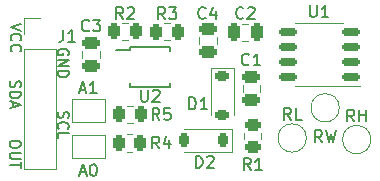
<source format=gto>
%TF.GenerationSoftware,KiCad,Pcbnew,7.0.2*%
%TF.CreationDate,2023-07-05T23:29:04-07:00*%
%TF.ProjectId,555-timer-pwm-with-digipot,3535352d-7469-46d6-9572-2d70776d2d77,rev?*%
%TF.SameCoordinates,Original*%
%TF.FileFunction,Legend,Top*%
%TF.FilePolarity,Positive*%
%FSLAX46Y46*%
G04 Gerber Fmt 4.6, Leading zero omitted, Abs format (unit mm)*
G04 Created by KiCad (PCBNEW 7.0.2) date 2023-07-05 23:29:04*
%MOMM*%
%LPD*%
G01*
G04 APERTURE LIST*
G04 Aperture macros list*
%AMRoundRect*
0 Rectangle with rounded corners*
0 $1 Rounding radius*
0 $2 $3 $4 $5 $6 $7 $8 $9 X,Y pos of 4 corners*
0 Add a 4 corners polygon primitive as box body*
4,1,4,$2,$3,$4,$5,$6,$7,$8,$9,$2,$3,0*
0 Add four circle primitives for the rounded corners*
1,1,$1+$1,$2,$3*
1,1,$1+$1,$4,$5*
1,1,$1+$1,$6,$7*
1,1,$1+$1,$8,$9*
0 Add four rect primitives between the rounded corners*
20,1,$1+$1,$2,$3,$4,$5,0*
20,1,$1+$1,$4,$5,$6,$7,0*
20,1,$1+$1,$6,$7,$8,$9,0*
20,1,$1+$1,$8,$9,$2,$3,0*%
%AMFreePoly0*
4,1,6,1.000000,0.000000,0.500000,-0.750000,-0.500000,-0.750000,-0.500000,0.750000,0.500000,0.750000,1.000000,0.000000,1.000000,0.000000,$1*%
%AMFreePoly1*
4,1,6,0.500000,-0.750000,-0.650000,-0.750000,-0.150000,0.000000,-0.650000,0.750000,0.500000,0.750000,0.500000,-0.750000,0.500000,-0.750000,$1*%
G04 Aperture macros list end*
%ADD10C,0.150000*%
%ADD11C,0.120000*%
%ADD12RoundRect,0.250000X-0.262500X-0.450000X0.262500X-0.450000X0.262500X0.450000X-0.262500X0.450000X0*%
%ADD13R,1.700000X1.700000*%
%ADD14O,1.700000X1.700000*%
%ADD15FreePoly0,0.000000*%
%ADD16FreePoly1,0.000000*%
%ADD17C,2.000000*%
%ADD18RoundRect,0.250000X-0.450000X0.262500X-0.450000X-0.262500X0.450000X-0.262500X0.450000X0.262500X0*%
%ADD19RoundRect,0.225000X0.225000X0.375000X-0.225000X0.375000X-0.225000X-0.375000X0.225000X-0.375000X0*%
%ADD20RoundRect,0.225000X-0.375000X0.225000X-0.375000X-0.225000X0.375000X-0.225000X0.375000X0.225000X0*%
%ADD21RoundRect,0.250000X0.262500X0.450000X-0.262500X0.450000X-0.262500X-0.450000X0.262500X-0.450000X0*%
%ADD22RoundRect,0.250000X0.475000X-0.250000X0.475000X0.250000X-0.475000X0.250000X-0.475000X-0.250000X0*%
%ADD23RoundRect,0.150000X0.625000X0.150000X-0.625000X0.150000X-0.625000X-0.150000X0.625000X-0.150000X0*%
%ADD24RoundRect,0.250000X0.250000X0.475000X-0.250000X0.475000X-0.250000X-0.475000X0.250000X-0.475000X0*%
%ADD25RoundRect,0.250000X-0.475000X0.250000X-0.475000X-0.250000X0.475000X-0.250000X0.475000X0.250000X0*%
%ADD26R,1.400000X0.300000*%
G04 APERTURE END LIST*
D10*
X134360142Y-97255286D02*
X134360142Y-97426714D01*
X134360142Y-97426714D02*
X134317285Y-97512429D01*
X134317285Y-97512429D02*
X134231571Y-97598143D01*
X134231571Y-97598143D02*
X134060142Y-97641000D01*
X134060142Y-97641000D02*
X133760142Y-97641000D01*
X133760142Y-97641000D02*
X133588714Y-97598143D01*
X133588714Y-97598143D02*
X133503000Y-97512429D01*
X133503000Y-97512429D02*
X133460142Y-97426714D01*
X133460142Y-97426714D02*
X133460142Y-97255286D01*
X133460142Y-97255286D02*
X133503000Y-97169572D01*
X133503000Y-97169572D02*
X133588714Y-97083857D01*
X133588714Y-97083857D02*
X133760142Y-97041000D01*
X133760142Y-97041000D02*
X134060142Y-97041000D01*
X134060142Y-97041000D02*
X134231571Y-97083857D01*
X134231571Y-97083857D02*
X134317285Y-97169572D01*
X134317285Y-97169572D02*
X134360142Y-97255286D01*
X134360142Y-98026714D02*
X133631571Y-98026714D01*
X133631571Y-98026714D02*
X133545857Y-98069571D01*
X133545857Y-98069571D02*
X133503000Y-98112429D01*
X133503000Y-98112429D02*
X133460142Y-98198143D01*
X133460142Y-98198143D02*
X133460142Y-98369571D01*
X133460142Y-98369571D02*
X133503000Y-98455286D01*
X133503000Y-98455286D02*
X133545857Y-98498143D01*
X133545857Y-98498143D02*
X133631571Y-98541000D01*
X133631571Y-98541000D02*
X134360142Y-98541000D01*
X134360142Y-98841000D02*
X134360142Y-99355286D01*
X133460142Y-99098143D02*
X134360142Y-99098143D01*
X134422142Y-87122285D02*
X133522142Y-87422285D01*
X133522142Y-87422285D02*
X134422142Y-87722285D01*
X133607857Y-88536571D02*
X133565000Y-88493714D01*
X133565000Y-88493714D02*
X133522142Y-88365142D01*
X133522142Y-88365142D02*
X133522142Y-88279428D01*
X133522142Y-88279428D02*
X133565000Y-88150857D01*
X133565000Y-88150857D02*
X133650714Y-88065142D01*
X133650714Y-88065142D02*
X133736428Y-88022285D01*
X133736428Y-88022285D02*
X133907857Y-87979428D01*
X133907857Y-87979428D02*
X134036428Y-87979428D01*
X134036428Y-87979428D02*
X134207857Y-88022285D01*
X134207857Y-88022285D02*
X134293571Y-88065142D01*
X134293571Y-88065142D02*
X134379285Y-88150857D01*
X134379285Y-88150857D02*
X134422142Y-88279428D01*
X134422142Y-88279428D02*
X134422142Y-88365142D01*
X134422142Y-88365142D02*
X134379285Y-88493714D01*
X134379285Y-88493714D02*
X134336428Y-88536571D01*
X133607857Y-89436571D02*
X133565000Y-89393714D01*
X133565000Y-89393714D02*
X133522142Y-89265142D01*
X133522142Y-89265142D02*
X133522142Y-89179428D01*
X133522142Y-89179428D02*
X133565000Y-89050857D01*
X133565000Y-89050857D02*
X133650714Y-88965142D01*
X133650714Y-88965142D02*
X133736428Y-88922285D01*
X133736428Y-88922285D02*
X133907857Y-88879428D01*
X133907857Y-88879428D02*
X134036428Y-88879428D01*
X134036428Y-88879428D02*
X134207857Y-88922285D01*
X134207857Y-88922285D02*
X134293571Y-88965142D01*
X134293571Y-88965142D02*
X134379285Y-89050857D01*
X134379285Y-89050857D02*
X134422142Y-89179428D01*
X134422142Y-89179428D02*
X134422142Y-89265142D01*
X134422142Y-89265142D02*
X134379285Y-89393714D01*
X134379285Y-89393714D02*
X134336428Y-89436571D01*
X137567000Y-94586714D02*
X137524142Y-94715286D01*
X137524142Y-94715286D02*
X137524142Y-94929571D01*
X137524142Y-94929571D02*
X137567000Y-95015286D01*
X137567000Y-95015286D02*
X137609857Y-95058143D01*
X137609857Y-95058143D02*
X137695571Y-95101000D01*
X137695571Y-95101000D02*
X137781285Y-95101000D01*
X137781285Y-95101000D02*
X137867000Y-95058143D01*
X137867000Y-95058143D02*
X137909857Y-95015286D01*
X137909857Y-95015286D02*
X137952714Y-94929571D01*
X137952714Y-94929571D02*
X137995571Y-94758143D01*
X137995571Y-94758143D02*
X138038428Y-94672428D01*
X138038428Y-94672428D02*
X138081285Y-94629571D01*
X138081285Y-94629571D02*
X138167000Y-94586714D01*
X138167000Y-94586714D02*
X138252714Y-94586714D01*
X138252714Y-94586714D02*
X138338428Y-94629571D01*
X138338428Y-94629571D02*
X138381285Y-94672428D01*
X138381285Y-94672428D02*
X138424142Y-94758143D01*
X138424142Y-94758143D02*
X138424142Y-94972428D01*
X138424142Y-94972428D02*
X138381285Y-95101000D01*
X137609857Y-96001000D02*
X137567000Y-95958143D01*
X137567000Y-95958143D02*
X137524142Y-95829571D01*
X137524142Y-95829571D02*
X137524142Y-95743857D01*
X137524142Y-95743857D02*
X137567000Y-95615286D01*
X137567000Y-95615286D02*
X137652714Y-95529571D01*
X137652714Y-95529571D02*
X137738428Y-95486714D01*
X137738428Y-95486714D02*
X137909857Y-95443857D01*
X137909857Y-95443857D02*
X138038428Y-95443857D01*
X138038428Y-95443857D02*
X138209857Y-95486714D01*
X138209857Y-95486714D02*
X138295571Y-95529571D01*
X138295571Y-95529571D02*
X138381285Y-95615286D01*
X138381285Y-95615286D02*
X138424142Y-95743857D01*
X138424142Y-95743857D02*
X138424142Y-95829571D01*
X138424142Y-95829571D02*
X138381285Y-95958143D01*
X138381285Y-95958143D02*
X138338428Y-96001000D01*
X137524142Y-96815286D02*
X137524142Y-96386714D01*
X137524142Y-96386714D02*
X138424142Y-96386714D01*
X133503000Y-92003856D02*
X133460142Y-92132428D01*
X133460142Y-92132428D02*
X133460142Y-92346713D01*
X133460142Y-92346713D02*
X133503000Y-92432428D01*
X133503000Y-92432428D02*
X133545857Y-92475285D01*
X133545857Y-92475285D02*
X133631571Y-92518142D01*
X133631571Y-92518142D02*
X133717285Y-92518142D01*
X133717285Y-92518142D02*
X133803000Y-92475285D01*
X133803000Y-92475285D02*
X133845857Y-92432428D01*
X133845857Y-92432428D02*
X133888714Y-92346713D01*
X133888714Y-92346713D02*
X133931571Y-92175285D01*
X133931571Y-92175285D02*
X133974428Y-92089570D01*
X133974428Y-92089570D02*
X134017285Y-92046713D01*
X134017285Y-92046713D02*
X134103000Y-92003856D01*
X134103000Y-92003856D02*
X134188714Y-92003856D01*
X134188714Y-92003856D02*
X134274428Y-92046713D01*
X134274428Y-92046713D02*
X134317285Y-92089570D01*
X134317285Y-92089570D02*
X134360142Y-92175285D01*
X134360142Y-92175285D02*
X134360142Y-92389570D01*
X134360142Y-92389570D02*
X134317285Y-92518142D01*
X133460142Y-92903856D02*
X134360142Y-92903856D01*
X134360142Y-92903856D02*
X134360142Y-93118142D01*
X134360142Y-93118142D02*
X134317285Y-93246713D01*
X134317285Y-93246713D02*
X134231571Y-93332428D01*
X134231571Y-93332428D02*
X134145857Y-93375285D01*
X134145857Y-93375285D02*
X133974428Y-93418142D01*
X133974428Y-93418142D02*
X133845857Y-93418142D01*
X133845857Y-93418142D02*
X133674428Y-93375285D01*
X133674428Y-93375285D02*
X133588714Y-93332428D01*
X133588714Y-93332428D02*
X133503000Y-93246713D01*
X133503000Y-93246713D02*
X133460142Y-93118142D01*
X133460142Y-93118142D02*
X133460142Y-92903856D01*
X133717285Y-93760999D02*
X133717285Y-94189571D01*
X133460142Y-93675285D02*
X134360142Y-93975285D01*
X134360142Y-93975285D02*
X133460142Y-94275285D01*
X138381285Y-89763857D02*
X138424142Y-89678143D01*
X138424142Y-89678143D02*
X138424142Y-89549571D01*
X138424142Y-89549571D02*
X138381285Y-89421000D01*
X138381285Y-89421000D02*
X138295571Y-89335285D01*
X138295571Y-89335285D02*
X138209857Y-89292428D01*
X138209857Y-89292428D02*
X138038428Y-89249571D01*
X138038428Y-89249571D02*
X137909857Y-89249571D01*
X137909857Y-89249571D02*
X137738428Y-89292428D01*
X137738428Y-89292428D02*
X137652714Y-89335285D01*
X137652714Y-89335285D02*
X137567000Y-89421000D01*
X137567000Y-89421000D02*
X137524142Y-89549571D01*
X137524142Y-89549571D02*
X137524142Y-89635285D01*
X137524142Y-89635285D02*
X137567000Y-89763857D01*
X137567000Y-89763857D02*
X137609857Y-89806714D01*
X137609857Y-89806714D02*
X137909857Y-89806714D01*
X137909857Y-89806714D02*
X137909857Y-89635285D01*
X137524142Y-90192428D02*
X138424142Y-90192428D01*
X138424142Y-90192428D02*
X137524142Y-90706714D01*
X137524142Y-90706714D02*
X138424142Y-90706714D01*
X137524142Y-91135285D02*
X138424142Y-91135285D01*
X138424142Y-91135285D02*
X138424142Y-91349571D01*
X138424142Y-91349571D02*
X138381285Y-91478142D01*
X138381285Y-91478142D02*
X138295571Y-91563857D01*
X138295571Y-91563857D02*
X138209857Y-91606714D01*
X138209857Y-91606714D02*
X138038428Y-91649571D01*
X138038428Y-91649571D02*
X137909857Y-91649571D01*
X137909857Y-91649571D02*
X137738428Y-91606714D01*
X137738428Y-91606714D02*
X137652714Y-91563857D01*
X137652714Y-91563857D02*
X137567000Y-91478142D01*
X137567000Y-91478142D02*
X137524142Y-91349571D01*
X137524142Y-91349571D02*
X137524142Y-91135285D01*
%TO.C,R5*%
X146116333Y-95258619D02*
X145783000Y-94782428D01*
X145544905Y-95258619D02*
X145544905Y-94258619D01*
X145544905Y-94258619D02*
X145925857Y-94258619D01*
X145925857Y-94258619D02*
X146021095Y-94306238D01*
X146021095Y-94306238D02*
X146068714Y-94353857D01*
X146068714Y-94353857D02*
X146116333Y-94449095D01*
X146116333Y-94449095D02*
X146116333Y-94591952D01*
X146116333Y-94591952D02*
X146068714Y-94687190D01*
X146068714Y-94687190D02*
X146021095Y-94734809D01*
X146021095Y-94734809D02*
X145925857Y-94782428D01*
X145925857Y-94782428D02*
X145544905Y-94782428D01*
X147021095Y-94258619D02*
X146544905Y-94258619D01*
X146544905Y-94258619D02*
X146497286Y-94734809D01*
X146497286Y-94734809D02*
X146544905Y-94687190D01*
X146544905Y-94687190D02*
X146640143Y-94639571D01*
X146640143Y-94639571D02*
X146878238Y-94639571D01*
X146878238Y-94639571D02*
X146973476Y-94687190D01*
X146973476Y-94687190D02*
X147021095Y-94734809D01*
X147021095Y-94734809D02*
X147068714Y-94830047D01*
X147068714Y-94830047D02*
X147068714Y-95068142D01*
X147068714Y-95068142D02*
X147021095Y-95163380D01*
X147021095Y-95163380D02*
X146973476Y-95211000D01*
X146973476Y-95211000D02*
X146878238Y-95258619D01*
X146878238Y-95258619D02*
X146640143Y-95258619D01*
X146640143Y-95258619D02*
X146544905Y-95211000D01*
X146544905Y-95211000D02*
X146497286Y-95163380D01*
%TO.C,J1*%
X137964666Y-87629619D02*
X137964666Y-88343904D01*
X137964666Y-88343904D02*
X137917047Y-88486761D01*
X137917047Y-88486761D02*
X137821809Y-88582000D01*
X137821809Y-88582000D02*
X137678952Y-88629619D01*
X137678952Y-88629619D02*
X137583714Y-88629619D01*
X138964666Y-88629619D02*
X138393238Y-88629619D01*
X138678952Y-88629619D02*
X138678952Y-87629619D01*
X138678952Y-87629619D02*
X138583714Y-87772476D01*
X138583714Y-87772476D02*
X138488476Y-87867714D01*
X138488476Y-87867714D02*
X138393238Y-87915333D01*
%TO.C,A1*%
X139365714Y-92724904D02*
X139841904Y-92724904D01*
X139270476Y-93010619D02*
X139603809Y-92010619D01*
X139603809Y-92010619D02*
X139937142Y-93010619D01*
X140794285Y-93010619D02*
X140222857Y-93010619D01*
X140508571Y-93010619D02*
X140508571Y-92010619D01*
X140508571Y-92010619D02*
X140413333Y-92153476D01*
X140413333Y-92153476D02*
X140318095Y-92248714D01*
X140318095Y-92248714D02*
X140222857Y-92296333D01*
%TO.C,R3*%
X146603333Y-86739619D02*
X146270000Y-86263428D01*
X146031905Y-86739619D02*
X146031905Y-85739619D01*
X146031905Y-85739619D02*
X146412857Y-85739619D01*
X146412857Y-85739619D02*
X146508095Y-85787238D01*
X146508095Y-85787238D02*
X146555714Y-85834857D01*
X146555714Y-85834857D02*
X146603333Y-85930095D01*
X146603333Y-85930095D02*
X146603333Y-86072952D01*
X146603333Y-86072952D02*
X146555714Y-86168190D01*
X146555714Y-86168190D02*
X146508095Y-86215809D01*
X146508095Y-86215809D02*
X146412857Y-86263428D01*
X146412857Y-86263428D02*
X146031905Y-86263428D01*
X146936667Y-85739619D02*
X147555714Y-85739619D01*
X147555714Y-85739619D02*
X147222381Y-86120571D01*
X147222381Y-86120571D02*
X147365238Y-86120571D01*
X147365238Y-86120571D02*
X147460476Y-86168190D01*
X147460476Y-86168190D02*
X147508095Y-86215809D01*
X147508095Y-86215809D02*
X147555714Y-86311047D01*
X147555714Y-86311047D02*
X147555714Y-86549142D01*
X147555714Y-86549142D02*
X147508095Y-86644380D01*
X147508095Y-86644380D02*
X147460476Y-86692000D01*
X147460476Y-86692000D02*
X147365238Y-86739619D01*
X147365238Y-86739619D02*
X147079524Y-86739619D01*
X147079524Y-86739619D02*
X146984286Y-86692000D01*
X146984286Y-86692000D02*
X146936667Y-86644380D01*
%TO.C,RL*%
X157256761Y-95255619D02*
X156923428Y-94779428D01*
X156685333Y-95255619D02*
X156685333Y-94255619D01*
X156685333Y-94255619D02*
X157066285Y-94255619D01*
X157066285Y-94255619D02*
X157161523Y-94303238D01*
X157161523Y-94303238D02*
X157209142Y-94350857D01*
X157209142Y-94350857D02*
X157256761Y-94446095D01*
X157256761Y-94446095D02*
X157256761Y-94588952D01*
X157256761Y-94588952D02*
X157209142Y-94684190D01*
X157209142Y-94684190D02*
X157161523Y-94731809D01*
X157161523Y-94731809D02*
X157066285Y-94779428D01*
X157066285Y-94779428D02*
X156685333Y-94779428D01*
X158161523Y-95255619D02*
X157685333Y-95255619D01*
X157685333Y-95255619D02*
X157685333Y-94255619D01*
%TO.C,R1*%
X153841333Y-99507619D02*
X153508000Y-99031428D01*
X153269905Y-99507619D02*
X153269905Y-98507619D01*
X153269905Y-98507619D02*
X153650857Y-98507619D01*
X153650857Y-98507619D02*
X153746095Y-98555238D01*
X153746095Y-98555238D02*
X153793714Y-98602857D01*
X153793714Y-98602857D02*
X153841333Y-98698095D01*
X153841333Y-98698095D02*
X153841333Y-98840952D01*
X153841333Y-98840952D02*
X153793714Y-98936190D01*
X153793714Y-98936190D02*
X153746095Y-98983809D01*
X153746095Y-98983809D02*
X153650857Y-99031428D01*
X153650857Y-99031428D02*
X153269905Y-99031428D01*
X154793714Y-99507619D02*
X154222286Y-99507619D01*
X154508000Y-99507619D02*
X154508000Y-98507619D01*
X154508000Y-98507619D02*
X154412762Y-98650476D01*
X154412762Y-98650476D02*
X154317524Y-98745714D01*
X154317524Y-98745714D02*
X154222286Y-98793333D01*
%TO.C,A0*%
X139371714Y-99709904D02*
X139847904Y-99709904D01*
X139276476Y-99995619D02*
X139609809Y-98995619D01*
X139609809Y-98995619D02*
X139943142Y-99995619D01*
X140466952Y-98995619D02*
X140562190Y-98995619D01*
X140562190Y-98995619D02*
X140657428Y-99043238D01*
X140657428Y-99043238D02*
X140705047Y-99090857D01*
X140705047Y-99090857D02*
X140752666Y-99186095D01*
X140752666Y-99186095D02*
X140800285Y-99376571D01*
X140800285Y-99376571D02*
X140800285Y-99614666D01*
X140800285Y-99614666D02*
X140752666Y-99805142D01*
X140752666Y-99805142D02*
X140705047Y-99900380D01*
X140705047Y-99900380D02*
X140657428Y-99948000D01*
X140657428Y-99948000D02*
X140562190Y-99995619D01*
X140562190Y-99995619D02*
X140466952Y-99995619D01*
X140466952Y-99995619D02*
X140371714Y-99948000D01*
X140371714Y-99948000D02*
X140324095Y-99900380D01*
X140324095Y-99900380D02*
X140276476Y-99805142D01*
X140276476Y-99805142D02*
X140228857Y-99614666D01*
X140228857Y-99614666D02*
X140228857Y-99376571D01*
X140228857Y-99376571D02*
X140276476Y-99186095D01*
X140276476Y-99186095D02*
X140324095Y-99090857D01*
X140324095Y-99090857D02*
X140371714Y-99043238D01*
X140371714Y-99043238D02*
X140466952Y-98995619D01*
%TO.C,RW*%
X159884095Y-97146619D02*
X159550762Y-96670428D01*
X159312667Y-97146619D02*
X159312667Y-96146619D01*
X159312667Y-96146619D02*
X159693619Y-96146619D01*
X159693619Y-96146619D02*
X159788857Y-96194238D01*
X159788857Y-96194238D02*
X159836476Y-96241857D01*
X159836476Y-96241857D02*
X159884095Y-96337095D01*
X159884095Y-96337095D02*
X159884095Y-96479952D01*
X159884095Y-96479952D02*
X159836476Y-96575190D01*
X159836476Y-96575190D02*
X159788857Y-96622809D01*
X159788857Y-96622809D02*
X159693619Y-96670428D01*
X159693619Y-96670428D02*
X159312667Y-96670428D01*
X160217429Y-96146619D02*
X160455524Y-97146619D01*
X160455524Y-97146619D02*
X160646000Y-96432333D01*
X160646000Y-96432333D02*
X160836476Y-97146619D01*
X160836476Y-97146619D02*
X161074572Y-96146619D01*
%TO.C,D2*%
X149199905Y-99307619D02*
X149199905Y-98307619D01*
X149199905Y-98307619D02*
X149438000Y-98307619D01*
X149438000Y-98307619D02*
X149580857Y-98355238D01*
X149580857Y-98355238D02*
X149676095Y-98450476D01*
X149676095Y-98450476D02*
X149723714Y-98545714D01*
X149723714Y-98545714D02*
X149771333Y-98736190D01*
X149771333Y-98736190D02*
X149771333Y-98879047D01*
X149771333Y-98879047D02*
X149723714Y-99069523D01*
X149723714Y-99069523D02*
X149676095Y-99164761D01*
X149676095Y-99164761D02*
X149580857Y-99260000D01*
X149580857Y-99260000D02*
X149438000Y-99307619D01*
X149438000Y-99307619D02*
X149199905Y-99307619D01*
X150152286Y-98402857D02*
X150199905Y-98355238D01*
X150199905Y-98355238D02*
X150295143Y-98307619D01*
X150295143Y-98307619D02*
X150533238Y-98307619D01*
X150533238Y-98307619D02*
X150628476Y-98355238D01*
X150628476Y-98355238D02*
X150676095Y-98402857D01*
X150676095Y-98402857D02*
X150723714Y-98498095D01*
X150723714Y-98498095D02*
X150723714Y-98593333D01*
X150723714Y-98593333D02*
X150676095Y-98736190D01*
X150676095Y-98736190D02*
X150104667Y-99307619D01*
X150104667Y-99307619D02*
X150723714Y-99307619D01*
%TO.C,D1*%
X148641905Y-94361619D02*
X148641905Y-93361619D01*
X148641905Y-93361619D02*
X148880000Y-93361619D01*
X148880000Y-93361619D02*
X149022857Y-93409238D01*
X149022857Y-93409238D02*
X149118095Y-93504476D01*
X149118095Y-93504476D02*
X149165714Y-93599714D01*
X149165714Y-93599714D02*
X149213333Y-93790190D01*
X149213333Y-93790190D02*
X149213333Y-93933047D01*
X149213333Y-93933047D02*
X149165714Y-94123523D01*
X149165714Y-94123523D02*
X149118095Y-94218761D01*
X149118095Y-94218761D02*
X149022857Y-94314000D01*
X149022857Y-94314000D02*
X148880000Y-94361619D01*
X148880000Y-94361619D02*
X148641905Y-94361619D01*
X150165714Y-94361619D02*
X149594286Y-94361619D01*
X149880000Y-94361619D02*
X149880000Y-93361619D01*
X149880000Y-93361619D02*
X149784762Y-93504476D01*
X149784762Y-93504476D02*
X149689524Y-93599714D01*
X149689524Y-93599714D02*
X149594286Y-93647333D01*
%TO.C,R2*%
X143047333Y-86708619D02*
X142714000Y-86232428D01*
X142475905Y-86708619D02*
X142475905Y-85708619D01*
X142475905Y-85708619D02*
X142856857Y-85708619D01*
X142856857Y-85708619D02*
X142952095Y-85756238D01*
X142952095Y-85756238D02*
X142999714Y-85803857D01*
X142999714Y-85803857D02*
X143047333Y-85899095D01*
X143047333Y-85899095D02*
X143047333Y-86041952D01*
X143047333Y-86041952D02*
X142999714Y-86137190D01*
X142999714Y-86137190D02*
X142952095Y-86184809D01*
X142952095Y-86184809D02*
X142856857Y-86232428D01*
X142856857Y-86232428D02*
X142475905Y-86232428D01*
X143428286Y-85803857D02*
X143475905Y-85756238D01*
X143475905Y-85756238D02*
X143571143Y-85708619D01*
X143571143Y-85708619D02*
X143809238Y-85708619D01*
X143809238Y-85708619D02*
X143904476Y-85756238D01*
X143904476Y-85756238D02*
X143952095Y-85803857D01*
X143952095Y-85803857D02*
X143999714Y-85899095D01*
X143999714Y-85899095D02*
X143999714Y-85994333D01*
X143999714Y-85994333D02*
X143952095Y-86137190D01*
X143952095Y-86137190D02*
X143380667Y-86708619D01*
X143380667Y-86708619D02*
X143999714Y-86708619D01*
%TO.C,C4*%
X150018333Y-86628380D02*
X149970714Y-86676000D01*
X149970714Y-86676000D02*
X149827857Y-86723619D01*
X149827857Y-86723619D02*
X149732619Y-86723619D01*
X149732619Y-86723619D02*
X149589762Y-86676000D01*
X149589762Y-86676000D02*
X149494524Y-86580761D01*
X149494524Y-86580761D02*
X149446905Y-86485523D01*
X149446905Y-86485523D02*
X149399286Y-86295047D01*
X149399286Y-86295047D02*
X149399286Y-86152190D01*
X149399286Y-86152190D02*
X149446905Y-85961714D01*
X149446905Y-85961714D02*
X149494524Y-85866476D01*
X149494524Y-85866476D02*
X149589762Y-85771238D01*
X149589762Y-85771238D02*
X149732619Y-85723619D01*
X149732619Y-85723619D02*
X149827857Y-85723619D01*
X149827857Y-85723619D02*
X149970714Y-85771238D01*
X149970714Y-85771238D02*
X150018333Y-85818857D01*
X150875476Y-86056952D02*
X150875476Y-86723619D01*
X150637381Y-85676000D02*
X150399286Y-86390285D01*
X150399286Y-86390285D02*
X151018333Y-86390285D01*
%TO.C,U1*%
X158852095Y-85551619D02*
X158852095Y-86361142D01*
X158852095Y-86361142D02*
X158899714Y-86456380D01*
X158899714Y-86456380D02*
X158947333Y-86504000D01*
X158947333Y-86504000D02*
X159042571Y-86551619D01*
X159042571Y-86551619D02*
X159233047Y-86551619D01*
X159233047Y-86551619D02*
X159328285Y-86504000D01*
X159328285Y-86504000D02*
X159375904Y-86456380D01*
X159375904Y-86456380D02*
X159423523Y-86361142D01*
X159423523Y-86361142D02*
X159423523Y-85551619D01*
X160423523Y-86551619D02*
X159852095Y-86551619D01*
X160137809Y-86551619D02*
X160137809Y-85551619D01*
X160137809Y-85551619D02*
X160042571Y-85694476D01*
X160042571Y-85694476D02*
X159947333Y-85789714D01*
X159947333Y-85789714D02*
X159852095Y-85837333D01*
%TO.C,C1*%
X153701333Y-90552380D02*
X153653714Y-90600000D01*
X153653714Y-90600000D02*
X153510857Y-90647619D01*
X153510857Y-90647619D02*
X153415619Y-90647619D01*
X153415619Y-90647619D02*
X153272762Y-90600000D01*
X153272762Y-90600000D02*
X153177524Y-90504761D01*
X153177524Y-90504761D02*
X153129905Y-90409523D01*
X153129905Y-90409523D02*
X153082286Y-90219047D01*
X153082286Y-90219047D02*
X153082286Y-90076190D01*
X153082286Y-90076190D02*
X153129905Y-89885714D01*
X153129905Y-89885714D02*
X153177524Y-89790476D01*
X153177524Y-89790476D02*
X153272762Y-89695238D01*
X153272762Y-89695238D02*
X153415619Y-89647619D01*
X153415619Y-89647619D02*
X153510857Y-89647619D01*
X153510857Y-89647619D02*
X153653714Y-89695238D01*
X153653714Y-89695238D02*
X153701333Y-89742857D01*
X154653714Y-90647619D02*
X154082286Y-90647619D01*
X154368000Y-90647619D02*
X154368000Y-89647619D01*
X154368000Y-89647619D02*
X154272762Y-89790476D01*
X154272762Y-89790476D02*
X154177524Y-89885714D01*
X154177524Y-89885714D02*
X154082286Y-89933333D01*
%TO.C,C2*%
X153222333Y-86606380D02*
X153174714Y-86654000D01*
X153174714Y-86654000D02*
X153031857Y-86701619D01*
X153031857Y-86701619D02*
X152936619Y-86701619D01*
X152936619Y-86701619D02*
X152793762Y-86654000D01*
X152793762Y-86654000D02*
X152698524Y-86558761D01*
X152698524Y-86558761D02*
X152650905Y-86463523D01*
X152650905Y-86463523D02*
X152603286Y-86273047D01*
X152603286Y-86273047D02*
X152603286Y-86130190D01*
X152603286Y-86130190D02*
X152650905Y-85939714D01*
X152650905Y-85939714D02*
X152698524Y-85844476D01*
X152698524Y-85844476D02*
X152793762Y-85749238D01*
X152793762Y-85749238D02*
X152936619Y-85701619D01*
X152936619Y-85701619D02*
X153031857Y-85701619D01*
X153031857Y-85701619D02*
X153174714Y-85749238D01*
X153174714Y-85749238D02*
X153222333Y-85796857D01*
X153603286Y-85796857D02*
X153650905Y-85749238D01*
X153650905Y-85749238D02*
X153746143Y-85701619D01*
X153746143Y-85701619D02*
X153984238Y-85701619D01*
X153984238Y-85701619D02*
X154079476Y-85749238D01*
X154079476Y-85749238D02*
X154127095Y-85796857D01*
X154127095Y-85796857D02*
X154174714Y-85892095D01*
X154174714Y-85892095D02*
X154174714Y-85987333D01*
X154174714Y-85987333D02*
X154127095Y-86130190D01*
X154127095Y-86130190D02*
X153555667Y-86701619D01*
X153555667Y-86701619D02*
X154174714Y-86701619D01*
%TO.C,RH*%
X162598714Y-95396619D02*
X162265381Y-94920428D01*
X162027286Y-95396619D02*
X162027286Y-94396619D01*
X162027286Y-94396619D02*
X162408238Y-94396619D01*
X162408238Y-94396619D02*
X162503476Y-94444238D01*
X162503476Y-94444238D02*
X162551095Y-94491857D01*
X162551095Y-94491857D02*
X162598714Y-94587095D01*
X162598714Y-94587095D02*
X162598714Y-94729952D01*
X162598714Y-94729952D02*
X162551095Y-94825190D01*
X162551095Y-94825190D02*
X162503476Y-94872809D01*
X162503476Y-94872809D02*
X162408238Y-94920428D01*
X162408238Y-94920428D02*
X162027286Y-94920428D01*
X163027286Y-95396619D02*
X163027286Y-94396619D01*
X163027286Y-94872809D02*
X163598714Y-94872809D01*
X163598714Y-95396619D02*
X163598714Y-94396619D01*
%TO.C,C3*%
X140170333Y-87682380D02*
X140122714Y-87730000D01*
X140122714Y-87730000D02*
X139979857Y-87777619D01*
X139979857Y-87777619D02*
X139884619Y-87777619D01*
X139884619Y-87777619D02*
X139741762Y-87730000D01*
X139741762Y-87730000D02*
X139646524Y-87634761D01*
X139646524Y-87634761D02*
X139598905Y-87539523D01*
X139598905Y-87539523D02*
X139551286Y-87349047D01*
X139551286Y-87349047D02*
X139551286Y-87206190D01*
X139551286Y-87206190D02*
X139598905Y-87015714D01*
X139598905Y-87015714D02*
X139646524Y-86920476D01*
X139646524Y-86920476D02*
X139741762Y-86825238D01*
X139741762Y-86825238D02*
X139884619Y-86777619D01*
X139884619Y-86777619D02*
X139979857Y-86777619D01*
X139979857Y-86777619D02*
X140122714Y-86825238D01*
X140122714Y-86825238D02*
X140170333Y-86872857D01*
X140503667Y-86777619D02*
X141122714Y-86777619D01*
X141122714Y-86777619D02*
X140789381Y-87158571D01*
X140789381Y-87158571D02*
X140932238Y-87158571D01*
X140932238Y-87158571D02*
X141027476Y-87206190D01*
X141027476Y-87206190D02*
X141075095Y-87253809D01*
X141075095Y-87253809D02*
X141122714Y-87349047D01*
X141122714Y-87349047D02*
X141122714Y-87587142D01*
X141122714Y-87587142D02*
X141075095Y-87682380D01*
X141075095Y-87682380D02*
X141027476Y-87730000D01*
X141027476Y-87730000D02*
X140932238Y-87777619D01*
X140932238Y-87777619D02*
X140646524Y-87777619D01*
X140646524Y-87777619D02*
X140551286Y-87730000D01*
X140551286Y-87730000D02*
X140503667Y-87682380D01*
%TO.C,R4*%
X146087333Y-97671619D02*
X145754000Y-97195428D01*
X145515905Y-97671619D02*
X145515905Y-96671619D01*
X145515905Y-96671619D02*
X145896857Y-96671619D01*
X145896857Y-96671619D02*
X145992095Y-96719238D01*
X145992095Y-96719238D02*
X146039714Y-96766857D01*
X146039714Y-96766857D02*
X146087333Y-96862095D01*
X146087333Y-96862095D02*
X146087333Y-97004952D01*
X146087333Y-97004952D02*
X146039714Y-97100190D01*
X146039714Y-97100190D02*
X145992095Y-97147809D01*
X145992095Y-97147809D02*
X145896857Y-97195428D01*
X145896857Y-97195428D02*
X145515905Y-97195428D01*
X146944476Y-97004952D02*
X146944476Y-97671619D01*
X146706381Y-96624000D02*
X146468286Y-97338285D01*
X146468286Y-97338285D02*
X147087333Y-97338285D01*
%TO.C,U2*%
X144554095Y-92717619D02*
X144554095Y-93527142D01*
X144554095Y-93527142D02*
X144601714Y-93622380D01*
X144601714Y-93622380D02*
X144649333Y-93670000D01*
X144649333Y-93670000D02*
X144744571Y-93717619D01*
X144744571Y-93717619D02*
X144935047Y-93717619D01*
X144935047Y-93717619D02*
X145030285Y-93670000D01*
X145030285Y-93670000D02*
X145077904Y-93622380D01*
X145077904Y-93622380D02*
X145125523Y-93527142D01*
X145125523Y-93527142D02*
X145125523Y-92717619D01*
X145554095Y-92812857D02*
X145601714Y-92765238D01*
X145601714Y-92765238D02*
X145696952Y-92717619D01*
X145696952Y-92717619D02*
X145935047Y-92717619D01*
X145935047Y-92717619D02*
X146030285Y-92765238D01*
X146030285Y-92765238D02*
X146077904Y-92812857D01*
X146077904Y-92812857D02*
X146125523Y-92908095D01*
X146125523Y-92908095D02*
X146125523Y-93003333D01*
X146125523Y-93003333D02*
X146077904Y-93146190D01*
X146077904Y-93146190D02*
X145506476Y-93717619D01*
X145506476Y-93717619D02*
X146125523Y-93717619D01*
D11*
%TO.C,R5*%
X143388936Y-94060000D02*
X143843064Y-94060000D01*
X143388936Y-95530000D02*
X143843064Y-95530000D01*
%TO.C,J1*%
X134682000Y-86627000D02*
X136012000Y-86627000D01*
X134682000Y-87957000D02*
X134682000Y-86627000D01*
X134682000Y-89227000D02*
X134682000Y-99447000D01*
X134682000Y-89227000D02*
X137342000Y-89227000D01*
X134682000Y-99447000D02*
X137342000Y-99447000D01*
X137342000Y-89227000D02*
X137342000Y-99447000D01*
%TO.C,A1*%
X138680000Y-93475000D02*
X141480000Y-93475000D01*
X138680000Y-95475000D02*
X138680000Y-93475000D01*
X141480000Y-93475000D02*
X141480000Y-95475000D01*
X141480000Y-95475000D02*
X138680000Y-95475000D01*
%TO.C,R3*%
X146542936Y-87065000D02*
X146997064Y-87065000D01*
X146542936Y-88535000D02*
X146997064Y-88535000D01*
%TO.C,RL*%
X158552000Y-96791000D02*
G75*
G03*
X158552000Y-96791000I-1200000J0D01*
G01*
%TO.C,R1*%
X154744000Y-96404936D02*
X154744000Y-96859064D01*
X153274000Y-96404936D02*
X153274000Y-96859064D01*
%TO.C,A0*%
X138686000Y-96523000D02*
X141486000Y-96523000D01*
X138686000Y-98523000D02*
X138686000Y-96523000D01*
X141486000Y-96523000D02*
X141486000Y-98523000D01*
X141486000Y-98523000D02*
X138686000Y-98523000D01*
%TO.C,RW*%
X161346000Y-94237000D02*
G75*
G03*
X161346000Y-94237000I-1200000J0D01*
G01*
%TO.C,D2*%
X152227000Y-98007000D02*
X152227000Y-96007000D01*
X152227000Y-98007000D02*
X148217000Y-98007000D01*
X152227000Y-96007000D02*
X148217000Y-96007000D01*
%TO.C,D1*%
X152442000Y-90851000D02*
X150442000Y-90851000D01*
X152442000Y-90851000D02*
X152442000Y-94861000D01*
X150442000Y-90851000D02*
X150442000Y-94861000D01*
%TO.C,R2*%
X143441064Y-88506000D02*
X142986936Y-88506000D01*
X143441064Y-87036000D02*
X142986936Y-87036000D01*
%TO.C,C4*%
X149479000Y-88808252D02*
X149479000Y-88285748D01*
X150949000Y-88808252D02*
X150949000Y-88285748D01*
%TO.C,U1*%
X163093000Y-92354000D02*
X157632000Y-92354000D01*
X161696000Y-87020000D02*
X157632000Y-87020000D01*
%TO.C,C1*%
X153162000Y-92859252D02*
X153162000Y-92336748D01*
X154632000Y-92859252D02*
X154632000Y-92336748D01*
%TO.C,C2*%
X153650252Y-88596000D02*
X153127748Y-88596000D01*
X153650252Y-87126000D02*
X153127748Y-87126000D01*
%TO.C,RH*%
X164013000Y-96932000D02*
G75*
G03*
X164013000Y-96932000I-1200000J0D01*
G01*
%TO.C,C3*%
X141043000Y-89466748D02*
X141043000Y-89989252D01*
X139573000Y-89466748D02*
X139573000Y-89989252D01*
%TO.C,R4*%
X143359936Y-96473000D02*
X143814064Y-96473000D01*
X143359936Y-97943000D02*
X143814064Y-97943000D01*
D10*
%TO.C,U2*%
X143641000Y-89100000D02*
X143641000Y-89325000D01*
X143641000Y-89100000D02*
X146991000Y-89100000D01*
X143641000Y-89325000D02*
X142416000Y-89325000D01*
X143641000Y-92450000D02*
X143641000Y-92150000D01*
X143641000Y-92450000D02*
X146991000Y-92450000D01*
X146991000Y-89100000D02*
X146991000Y-89400000D01*
X146991000Y-92450000D02*
X146991000Y-92150000D01*
%TD*%
%LPC*%
D12*
%TO.C,R5*%
X142703500Y-94795000D03*
X144528500Y-94795000D03*
%TD*%
D13*
%TO.C,J1*%
X136012000Y-87957000D03*
D14*
X136012000Y-90497000D03*
X136012000Y-93037000D03*
X136012000Y-95577000D03*
X136012000Y-98117000D03*
%TD*%
D15*
%TO.C,A1*%
X139355000Y-94475000D03*
D16*
X140805000Y-94475000D03*
%TD*%
D12*
%TO.C,R3*%
X145857500Y-87800000D03*
X147682500Y-87800000D03*
%TD*%
D17*
%TO.C,RL*%
X157352000Y-96791000D03*
%TD*%
D18*
%TO.C,R1*%
X154009000Y-95719500D03*
X154009000Y-97544500D03*
%TD*%
D15*
%TO.C,A0*%
X139361000Y-97523000D03*
D16*
X140811000Y-97523000D03*
%TD*%
D17*
%TO.C,RW*%
X160146000Y-94237000D03*
%TD*%
D19*
%TO.C,D2*%
X151517000Y-97007000D03*
X148217000Y-97007000D03*
%TD*%
D20*
%TO.C,D1*%
X151442000Y-91561000D03*
X151442000Y-94861000D03*
%TD*%
D21*
%TO.C,R2*%
X144126500Y-87771000D03*
X142301500Y-87771000D03*
%TD*%
D22*
%TO.C,C4*%
X150214000Y-89497000D03*
X150214000Y-87597000D03*
%TD*%
D23*
%TO.C,U1*%
X162364000Y-91592000D03*
X162364000Y-90322000D03*
X162364000Y-89052000D03*
X162364000Y-87782000D03*
X156964000Y-87782000D03*
X156964000Y-89052000D03*
X156964000Y-90322000D03*
X156964000Y-91592000D03*
%TD*%
D22*
%TO.C,C1*%
X153897000Y-93548000D03*
X153897000Y-91648000D03*
%TD*%
D24*
%TO.C,C2*%
X154339000Y-87861000D03*
X152439000Y-87861000D03*
%TD*%
D17*
%TO.C,RH*%
X162813000Y-96932000D03*
%TD*%
D25*
%TO.C,C3*%
X140308000Y-88778000D03*
X140308000Y-90678000D03*
%TD*%
D12*
%TO.C,R4*%
X142674500Y-97208000D03*
X144499500Y-97208000D03*
%TD*%
D26*
%TO.C,U2*%
X143116000Y-89775000D03*
X143116000Y-90275000D03*
X143116000Y-90775000D03*
X143116000Y-91275000D03*
X143116000Y-91775000D03*
X147516000Y-91775000D03*
X147516000Y-91275000D03*
X147516000Y-90775000D03*
X147516000Y-90275000D03*
X147516000Y-89775000D03*
%TD*%
%LPD*%
M02*

</source>
